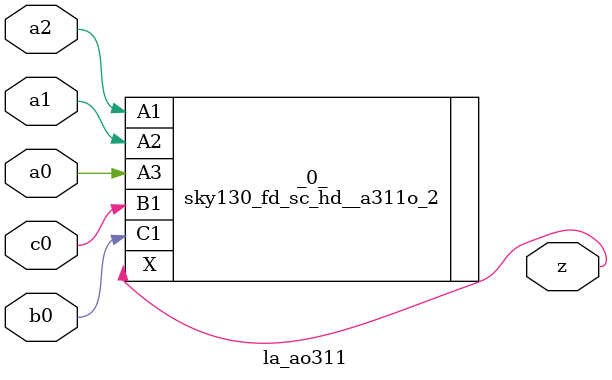
<source format=v>

module la_ao311(a0, a1, a2, b0, c0, z);
  input a0;
  input a1;
  input a2;
  input b0;
  input c0;
  output z;
  sky130_fd_sc_hd__a311o_2 _0_ (
    .A1(a2),
    .A2(a1),
    .A3(a0),
    .B1(c0),
    .C1(b0),
    .X(z)
  );
endmodule

</source>
